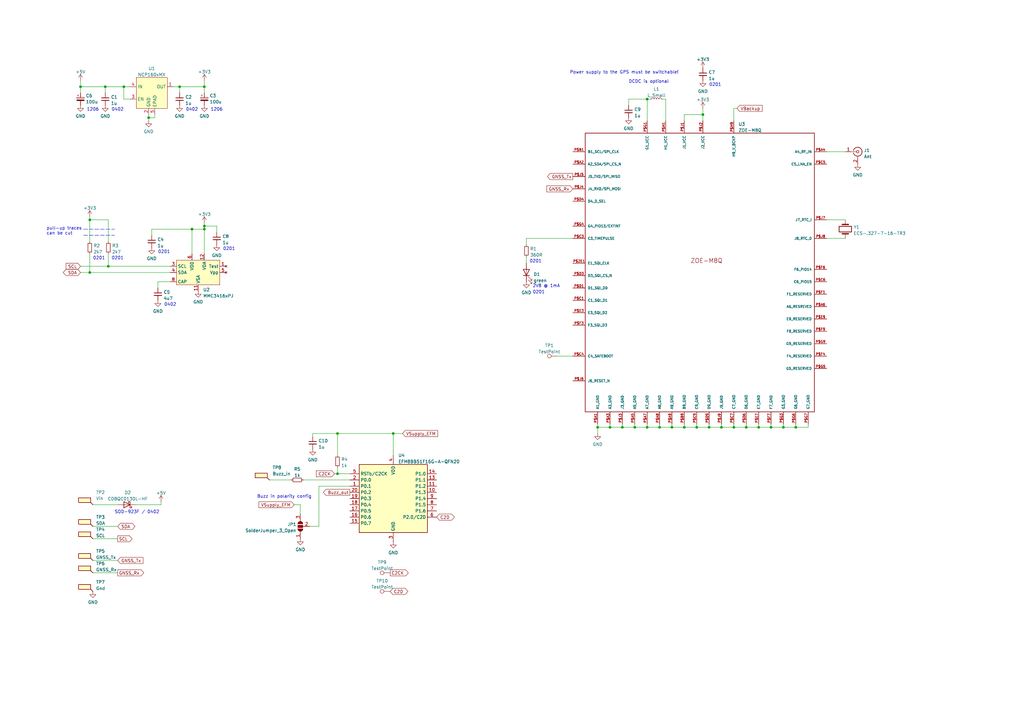
<source format=kicad_sch>
(kicad_sch (version 20211123) (generator eeschema)
  (paper "A3")
  (title_block (title "HypaLoc") (date "2022-05-24") (rev "1") (company "crteensy"))
  (lib_symbols
    (symbol "Connector:Conn_Coaxial" (pin_names (offset 1.016) hide)
      (property "Reference" "J" (at 0.254 3.048 0))
      (property "Value" "Conn_Coaxial" (at 2.921 0 90))
      (symbol "Conn_Coaxial_0_1"
        (arc (start -1.778 -0.508) (mid 0.2311 -1.8066) (end 1.778 0) (stroke (width 0.254)))
        (polyline (pts (xy -2.54 0) (xy -0.508 0)))
        (polyline (pts (xy 0 -2.54) (xy 0 -1.778)))
        (circle (center 0 0) (radius 0.508) (stroke (width 0.2032)))
        (arc (start 1.778 0) (mid 0.2099 1.8101) (end -1.778 0.508) (stroke (width 0.254)))
      )
      (symbol "Conn_Coaxial_1_1"
        (pin passive line (at -5.08 0 0) (length 2.54) (name "In") (number "1"))
        (pin passive line (at 0 -5.08 90) (length 2.54) (name "Ext") (number "2"))
      )
    )
    (symbol "Connector:TestPoint" (pin_numbers hide) (pin_names (offset 0.762) hide)
      (property "Reference" "TP" (at 0 6.858 0))
      (property "Value" "TestPoint" (at 0 5.08 0))
      (symbol "TestPoint_0_1"
        (circle (center 0 3.302) (radius 0.762))
      )
      (symbol "TestPoint_1_1"
        (pin passive line (at 0 0 90) (length 2.54) (name "1") (number "1"))
      )
    )
    (symbol "Connector:TestPoint_Flag" (pin_numbers hide) (pin_names (offset 0.762) hide)
      (property "Reference" "TP" (at 3.429 1.778 0))
      (property "Value" "TestPoint_Flag" (at 3.302 4.191 0))
      (symbol "TestPoint_Flag_0_1"
        (polyline (pts (xy 0 0) (xy 0.889 0.889)) (stroke (width 0.254)))
        (rectangle (start 0.889 2.794) (end 5.842 0.889) (stroke (width 0.254)) (fill (type background)))
      )
      (symbol "TestPoint_Flag_1_1"
        (pin passive line (at 0 0 90) (length 0) (name "1") (number "1"))
      )
    )
    (symbol "Device:C_Polarized_Small" (pin_numbers hide) (pin_names (offset 0.254) hide)
      (property "Reference" "C" (at 0.254 1.778 0))
      (property "Value" "C_Polarized_Small" (at 0.254 -2.032 0))
      (symbol "C_Polarized_Small_0_1"
        (rectangle (start -1.524 -0.3048) (end 1.524 -0.6858) (fill (type outline)))
        (rectangle (start -1.524 0.6858) (end 1.524 0.3048))
        (polyline (pts (xy -1.27 1.524) (xy -0.762 1.524)))
        (polyline (pts (xy -1.016 1.27) (xy -1.016 1.778)))
      )
      (symbol "C_Polarized_Small_1_1"
        (pin passive line (at 0 2.54 270) (length 1.8542) (name "~") (number "1"))
        (pin passive line (at 0 -2.54 90) (length 1.8542) (name "~") (number "2"))
      )
    )
    (symbol "Device:C_Small" (pin_numbers hide) (pin_names (offset 0.254) hide)
      (property "Reference" "C" (at 0.254 1.778 0))
      (property "Value" "C_Small" (at 0.254 -2.032 0))
      (symbol "C_Small_0_1"
        (polyline (pts (xy -1.524 -0.508) (xy 1.524 -0.508)) (stroke (width 0.3302)))
        (polyline (pts (xy -1.524 0.508) (xy 1.524 0.508)) (stroke (width 0.3048)))
      )
      (symbol "C_Small_1_1"
        (pin passive line (at 0 2.54 270) (length 2.032) (name "~") (number "1"))
        (pin passive line (at 0 -2.54 90) (length 2.032) (name "~") (number "2"))
      )
    )
    (symbol "Device:Crystal" (pin_numbers hide) (pin_names (offset 1.016) hide)
      (property "Reference" "Y" (at 0 3.81 0))
      (property "Value" "Crystal" (at 0 -3.81 0))
      (symbol "Crystal_0_1"
        (rectangle (start -1.143 2.54) (end 1.143 -2.54) (stroke (width 0.3048)))
        (polyline (pts (xy -2.54 0) (xy -1.905 0)))
        (polyline (pts (xy -1.905 -1.27) (xy -1.905 1.27)) (stroke (width 0.508)))
        (polyline (pts (xy 1.905 -1.27) (xy 1.905 1.27)) (stroke (width 0.508)))
        (polyline (pts (xy 2.54 0) (xy 1.905 0)))
      )
      (symbol "Crystal_1_1"
        (pin passive line (at -3.81 0 0) (length 1.27) (name "1") (number "1"))
        (pin passive line (at 3.81 0 180) (length 1.27) (name "2") (number "2"))
      )
    )
    (symbol "Device:D_Schottky" (pin_numbers hide) (pin_names (offset 1.016) hide)
      (property "Reference" "D" (at 0 2.54 0))
      (property "Value" "D_Schottky" (at 0 -2.54 0))
      (symbol "D_Schottky_0_1"
        (polyline (pts (xy 1.27 0) (xy -1.27 0)))
        (polyline (pts (xy 1.27 1.27) (xy 1.27 -1.27) (xy -1.27 0) (xy 1.27 1.27)) (stroke (width 0.254)))
        (polyline (pts (xy -1.905 0.635) (xy -1.905 1.27) (xy -1.27 1.27) (xy -1.27 -1.27) (xy -0.635 -1.27) (xy -0.635 -0.635)) (stroke (width 0.254)))
      )
      (symbol "D_Schottky_1_1"
        (pin passive line (at -3.81 0 0) (length 2.54) (name "K") (number "1"))
        (pin passive line (at 3.81 0 180) (length 2.54) (name "A") (number "2"))
      )
    )
    (symbol "Device:LED" (pin_numbers hide) (pin_names (offset 1.016) hide)
      (property "Reference" "D" (at 0 2.54 0))
      (property "Value" "LED" (at 0 -2.54 0))
      (symbol "LED_0_1"
        (polyline (pts (xy -1.27 -1.27) (xy -1.27 1.27)) (stroke (width 0.254)))
        (polyline (pts (xy -1.27 0) (xy 1.27 0)))
        (polyline (pts (xy 1.27 -1.27) (xy 1.27 1.27) (xy -1.27 0) (xy 1.27 -1.27)) (stroke (width 0.254)))
        (polyline (pts (xy -3.048 -0.762) (xy -4.572 -2.286) (xy -3.81 -2.286) (xy -4.572 -2.286) (xy -4.572 -1.524)))
        (polyline (pts (xy -1.778 -0.762) (xy -3.302 -2.286) (xy -2.54 -2.286) (xy -3.302 -2.286) (xy -3.302 -1.524)))
      )
      (symbol "LED_1_1"
        (pin passive line (at -3.81 0 0) (length 2.54) (name "K") (number "1"))
        (pin passive line (at 3.81 0 180) (length 2.54) (name "A") (number "2"))
      )
    )
    (symbol "Device:L_Small" (pin_numbers hide) (pin_names (offset 0.254) hide)
      (property "Reference" "L" (at 0.762 1.016 0))
      (property "Value" "L_Small" (at 0.762 -1.016 0))
      (symbol "L_Small_0_1"
        (arc (start 0 -2.032) (mid 0.508 -1.524) (end 0 -1.016))
        (arc (start 0 -1.016) (mid 0.508 -0.508) (end 0 0))
        (arc (start 0 0) (mid 0.508 0.508) (end 0 1.016))
        (arc (start 0 1.016) (mid 0.508 1.524) (end 0 2.032))
      )
      (symbol "L_Small_1_1"
        (pin passive line (at 0 2.54 270) (length 0.508) (name "~") (number "1"))
        (pin passive line (at 0 -2.54 90) (length 0.508) (name "~") (number "2"))
      )
    )
    (symbol "Device:R_Small" (pin_numbers hide) (pin_names (offset 0.254) hide)
      (property "Reference" "R" (at 0.762 0.508 0))
      (property "Value" "R_Small" (at 0.762 -1.016 0))
      (symbol "R_Small_0_1"
        (rectangle (start -0.762 1.778) (end 0.762 -1.778) (stroke (width 0.2032)))
      )
      (symbol "R_Small_1_1"
        (pin passive line (at 0 2.54 270) (length 0.762) (name "~") (number "1"))
        (pin passive line (at 0 -2.54 90) (length 0.762) (name "~") (number "2"))
      )
    )
    (symbol "HypaLoc:MMC3416xPJ"
      (property "Reference" "U" (at 6.35 8.89 0))
      (property "Value" "MMC3416xPJ" (at 10.16 6.35 0))
      (symbol "MMC3416xPJ_0_1"
        (rectangle (start -8.89 5.08) (end 8.89 -5.08) (stroke (width 0.1524)) (fill (type background)))
      )
      (symbol "MMC3416xPJ_1_1"
        (pin no_connect line (at 11.43 2.54 180) (length 2.54) (name "Test") (number "1"))
        (pin passive line (at 0 -7.62 90) (length 2.54) (name "VSA") (number "11"))
        (pin passive line (at 2.54 7.62 270) (length 2.54) (name "VDA") (number "12"))
        (pin passive line (at -11.43 2.54 0) (length 2.54) (name "SCL") (number "3"))
        (pin passive line (at -11.43 0 0) (length 2.54) (name "SDA") (number "4"))
        (pin no_connect line (at 11.43 0 180) (length 2.54) (name "Vpp") (number "5"))
        (pin passive line (at -2.54 7.62 270) (length 2.54) (name "VDD") (number "6"))
        (pin passive line (at -11.43 -3.81 0) (length 2.54) (name "CAP") (number "8"))
      )
    )
    (symbol "HypaLoc:NCP160xMX"
      (property "Reference" "U" (at 0 5.08 0))
      (property "Value" "NCP160xMX" (at 0 0 0))
      (symbol "NCP160xMX_0_1"
        (rectangle (start -6.35 6.35) (end 6.35 -6.35) (stroke (width 0.1524)) (fill (type background)))
      )
      (symbol "NCP160xMX_1_1"
        (pin power_out line (at 8.89 2.54 180) (length 2.54) (name "OUT") (number "1"))
        (pin power_in line (at -1.27 -8.89 90) (length 2.54) (name "GND") (number "2"))
        (pin passive line (at -8.89 -2.54 0) (length 2.54) (name "EN") (number "3"))
        (pin power_in line (at -8.89 2.54 0) (length 2.54) (name "IN") (number "4"))
        (pin power_in line (at 1.27 -8.89 90) (length 2.54) (name "EPAD") (number "5"))
      )
    )
    (symbol "HypaLoc:ZOE-M8Q" (pin_names (offset 1.016))
      (property "Reference" "U" (at -71.12 93.98 0))
      (property "Value" "ZOE-M8Q" (at -86.36 -30.48 0))
      (symbol "ZOE-M8Q_0_0"
        (polyline (pts (xy -71.12 -25.4) (xy 22.86 -25.4)) (stroke (width 0.254)))
        (polyline (pts (xy -71.12 88.9) (xy -71.12 -25.4)) (stroke (width 0.254)))
        (polyline (pts (xy 22.86 88.9) (xy -71.12 88.9)) (stroke (width 0.254)))
        (polyline (pts (xy 22.86 88.9) (xy 22.86 -25.4)) (stroke (width 0.254)))
        (text "ZOE-M8Q" (at -27.94 35.56 0) (effects (font (size 1.778 1.778)) (justify left bottom)))
        (pin bidirectional line (at -76.2 35.56 0) (length 5.08) (name "E1_SQI_CLK") (number "P$2E1"))
        (pin power_in line (at -66.04 -30.48 90) (length 5.08) (name "A1_GND") (number "P$A1"))
        (pin bidirectional line (at -76.2 76.2 0) (length 5.08) (name "A2_SDA/SPI_CS_N") (number "P$A2"))
        (pin power_in line (at -60.96 -30.48 90) (length 5.08) (name "A3_GND") (number "P$A3"))
        (pin input line (at 27.94 81.28 180) (length 5.08) (name "A4_RF_IN") (number "P$A4"))
        (pin power_in line (at -50.8 -30.48 90) (length 5.08) (name "A5_GND") (number "P$A5"))
        (pin bidirectional line (at 27.94 17.78 180) (length 5.08) (name "A6_RESREVED") (number "P$A6"))
        (pin power_in line (at -45.72 -30.48 90) (length 5.08) (name "A7_GND") (number "P$A7"))
        (pin power_in line (at -40.64 -30.48 90) (length 5.08) (name "A8_GND") (number "P$A8"))
        (pin power_in line (at -35.56 -30.48 90) (length 5.08) (name "A9_GND") (number "P$A9"))
        (pin bidirectional line (at -76.2 81.28 0) (length 5.08) (name "B1_SCL/SPI_CLK") (number "P$B1"))
        (pin power_in line (at -30.48 -30.48 90) (length 5.08) (name "B9_GND") (number "P$B9"))
        (pin bidirectional line (at -76.2 20.32 0) (length 5.08) (name "C1_SQI_D1") (number "P$C1"))
        (pin bidirectional line (at -76.2 45.72 0) (length 5.08) (name "C3_TIMEPULSE") (number "P$C3"))
        (pin bidirectional line (at -76.2 -2.54 0) (length 5.08) (name "C4_SAFEBOOT") (number "P$C4"))
        (pin bidirectional line (at 27.94 76.2 180) (length 5.08) (name "C5_LNA_EN") (number "P$C5"))
        (pin bidirectional line (at 27.94 27.94 180) (length 5.08) (name "C6_PIO15") (number "P$C6"))
        (pin power_in line (at -10.16 -30.48 90) (length 5.08) (name "C7_GND") (number "P$C7"))
        (pin power_in line (at -25.4 -30.48 90) (length 5.08) (name "C9_GND") (number "P$C9"))
        (pin bidirectional line (at -76.2 25.4 0) (length 5.08) (name "D1_SQI_D0") (number "P$D1"))
        (pin bidirectional line (at -76.2 30.48 0) (length 5.08) (name "D3_SQI_CS_N") (number "P$D3"))
        (pin bidirectional line (at -76.2 60.96 0) (length 5.08) (name "D4_D_SEL") (number "P$D4"))
        (pin power_in line (at -5.08 -30.48 90) (length 5.08) (name "D6_GND") (number "P$D6"))
        (pin power_in line (at -20.32 -30.48 90) (length 5.08) (name "D9_GND") (number "P$D9"))
        (pin bidirectional line (at -76.2 15.24 0) (length 5.08) (name "E3_SQI_D2") (number "P$E3"))
        (pin power_in line (at 0 -30.48 90) (length 5.08) (name "E7_GND") (number "P$E7"))
        (pin bidirectional line (at 27.94 12.7 180) (length 5.08) (name "E9_RESERVED") (number "P$E9"))
        (pin bidirectional line (at 27.94 22.86 180) (length 5.08) (name "F1_RESERVED") (number "P$F1"))
        (pin bidirectional line (at -76.2 10.16 0) (length 5.08) (name "F3_SQI_D3") (number "P$F3"))
        (pin bidirectional line (at 27.94 -2.54 180) (length 5.08) (name "F4_RESERVED") (number "P$F4"))
        (pin bidirectional line (at 27.94 33.02 180) (length 5.08) (name "F6_PIO14") (number "P$F6"))
        (pin power_in line (at 5.08 -30.48 90) (length 5.08) (name "F7_GND") (number "P$F7"))
        (pin bidirectional line (at 27.94 7.62 180) (length 5.08) (name "F9_RESERVED") (number "P$F9"))
        (pin power_in line (at -45.72 93.98 270) (length 5.08) (name "G1_VCC") (number "P$G1"))
        (pin power_in line (at 10.16 -30.48 90) (length 5.08) (name "G3_GND") (number "P$G3"))
        (pin bidirectional line (at -76.2 50.8 0) (length 5.08) (name "G4_PIO13/EXTINT") (number "P$G4"))
        (pin bidirectional line (at 27.94 -7.62 180) (length 5.08) (name "G5_RESERVED") (number "P$G5"))
        (pin power_in line (at 15.24 -30.48 90) (length 5.08) (name "G6_GND") (number "P$G6"))
        (pin power_in line (at 20.32 -30.48 90) (length 5.08) (name "G7_GND") (number "P$G7"))
        (pin bidirectional line (at 27.94 2.54 180) (length 5.08) (name "G9_RESERVED") (number "P$G9"))
        (pin power_in line (at -38.1 93.98 270) (length 5.08) (name "H1_VCC") (number "P$H1"))
        (pin power_in line (at -10.16 93.98 270) (length 5.08) (name "H9_V_BCKP") (number "P$H9"))
        (pin power_in line (at -30.48 93.98 270) (length 5.08) (name "J1_VCC") (number "P$J1"))
        (pin power_in line (at -22.86 93.98 270) (length 5.08) (name "J2_VCC") (number "P$J2"))
        (pin power_in line (at -55.88 -30.48 90) (length 5.08) (name "J3_GND") (number "P$J3"))
        (pin bidirectional line (at -76.2 66.04 0) (length 5.08) (name "J4_RXD/SPI_MOSI") (number "P$J4"))
        (pin bidirectional line (at -76.2 71.12 0) (length 5.08) (name "J5_TXD/SPI_MISO") (number "P$J5"))
        (pin bidirectional line (at -76.2 -12.7 0) (length 5.08) (name "J6_RESET_N") (number "P$J6"))
        (pin bidirectional line (at 27.94 53.34 180) (length 5.08) (name "J7_RTC_I") (number "P$J7"))
        (pin bidirectional line (at 27.94 45.72 180) (length 5.08) (name "J8_RTC_0") (number "P$J8"))
        (pin power_in line (at -15.24 -30.48 90) (length 5.08) (name "J9_GND") (number "P$J9"))
      )
    )
    (symbol "Jumper:SolderJumper_3_Open" (pin_names (offset 0) hide)
      (property "Reference" "JP" (at -2.54 -2.54 0))
      (property "Value" "SolderJumper_3_Open" (at 0 2.794 0))
      (symbol "SolderJumper_3_Open_0_1"
        (arc (start -1.016 1.016) (mid -2.032 0) (end -1.016 -1.016))
        (arc (start -1.016 1.016) (mid -2.032 0) (end -1.016 -1.016) (fill (type outline)))
        (rectangle (start -0.508 1.016) (end 0.508 -1.016) (fill (type outline)))
        (polyline (pts (xy -2.54 0) (xy -2.032 0)))
        (polyline (pts (xy -1.016 1.016) (xy -1.016 -1.016)))
        (polyline (pts (xy 0 -1.27) (xy 0 -1.016)))
        (polyline (pts (xy 1.016 1.016) (xy 1.016 -1.016)))
        (polyline (pts (xy 2.54 0) (xy 2.032 0)))
        (arc (start 1.016 -1.016) (mid 2.032 0) (end 1.016 1.016))
        (arc (start 1.016 -1.016) (mid 2.032 0) (end 1.016 1.016) (fill (type outline)))
      )
      (symbol "SolderJumper_3_Open_1_1"
        (pin passive line (at -5.08 0 0) (length 2.54) (name "A") (number "1"))
        (pin passive line (at 0 -3.81 90) (length 2.54) (name "C") (number "2"))
        (pin passive line (at 5.08 0 180) (length 2.54) (name "B") (number "3"))
      )
    )
    (symbol "MCU_SiliconLabs:EFM8BB10F8G-A-QFN20"
      (property "Reference" "U" (at -13.97 15.24 0))
      (property "Value" "EFM8BB10F8G-A-QFN20" (at 1.27 15.24 0))
      (symbol "EFM8BB10F8G-A-QFN20_0_1"
        (rectangle (start -13.97 13.97) (end 13.97 -13.97) (stroke (width 0.254)) (fill (type background)))
        (pin bidirectional line (at -17.78 5.08 0) (length 3.81) (name "P0.1") (number "1"))
        (pin bidirectional line (at 17.78 2.54 180) (length 3.81) (name "P1.3") (number "10"))
        (pin bidirectional line (at 17.78 5.08 180) (length 3.81) (name "P1.2") (number "11"))
        (pin passive line (at 0 -17.78 90) (length 3.81) hide (name "GND") (number "12"))
        (pin bidirectional line (at 17.78 7.62 180) (length 3.81) (name "P1.1") (number "13"))
        (pin bidirectional line (at 17.78 10.16 180) (length 3.81) (name "P1.0") (number "14"))
        (pin bidirectional line (at -17.78 -10.16 0) (length 3.81) (name "P0.7") (number "15"))
        (pin bidirectional line (at -17.78 -7.62 0) (length 3.81) (name "P0.6") (number "16"))
        (pin bidirectional line (at -17.78 -5.08 0) (length 3.81) (name "P0.5") (number "17"))
        (pin bidirectional line (at -17.78 -2.54 0) (length 3.81) (name "P0.4") (number "18"))
        (pin bidirectional line (at -17.78 0 0) (length 3.81) (name "P0.3") (number "19"))
        (pin bidirectional line (at -17.78 7.62 0) (length 3.81) (name "P0.0") (number "2"))
        (pin bidirectional line (at -17.78 2.54 0) (length 3.81) (name "P0.2") (number "20"))
        (pin passive line (at 0 -17.78 90) (length 3.81) hide (name "GND") (number "21"))
        (pin power_in line (at 0 -17.78 90) (length 3.81) (name "GND") (number "3"))
        (pin power_in line (at 0 17.78 270) (length 3.81) (name "VDD") (number "4"))
        (pin input line (at -17.78 10.16 0) (length 3.81) (name "RSTb/C2CK") (number "5"))
        (pin bidirectional line (at 17.78 -7.62 180) (length 3.81) (name "P2.0/C2D") (number "6"))
        (pin bidirectional line (at 17.78 -5.08 180) (length 3.81) (name "P1.6") (number "7"))
        (pin bidirectional line (at 17.78 -2.54 180) (length 3.81) (name "P1.5") (number "8"))
        (pin bidirectional line (at 17.78 0 180) (length 3.81) (name "P1.4") (number "9"))
      )
    )
    (symbol "power:+3V3" (power) (pin_names (offset 0))
      (property "Value" "+3V3" (at 0 3.556 0))
      (symbol "+3V3_0_1"
        (polyline (pts (xy -0.762 1.27) (xy 0 2.54)))
        (polyline (pts (xy 0 0) (xy 0 2.54)))
        (polyline (pts (xy 0 2.54) (xy 0.762 1.27)))
      )
      (symbol "+3V3_1_1"
        (pin power_in line (at 0 0 90) (length 0) hide (name "+3V3") (number "1"))
      )
    )
    (symbol "power:+5V" (power) (pin_names (offset 0))
      (property "Value" "+5V" (at 0 3.556 0))
      (symbol "+5V_0_1"
        (polyline (pts (xy -0.762 1.27) (xy 0 2.54)))
        (polyline (pts (xy 0 0) (xy 0 2.54)))
        (polyline (pts (xy 0 2.54) (xy 0.762 1.27)))
      )
      (symbol "+5V_1_1"
        (pin power_in line (at 0 0 90) (length 0) hide (name "+5V") (number "1"))
      )
    )
    (symbol "power:GND" (power) (pin_names (offset 0))
      (property "Value" "GND" (at 0 -3.81 0))
      (symbol "GND_0_1"
        (polyline (pts (xy 0 0) (xy 0 -1.27) (xy 1.27 -1.27) (xy 0 -2.54) (xy -1.27 -1.27) (xy 0 -1.27)))
      )
      (symbol "GND_1_1"
        (pin power_in line (at 0 0 270) (length 0) hide (name "GND") (number "1"))
      )
    )
  )
  (junction (at 250.19 175.26))
  (junction (at 83.82 92.71))
  (junction (at 245.11 175.26))
  (junction (at 316.23 175.26))
  (junction (at 265.43 175.26))
  (junction (at 275.59 175.26))
  (junction (at 36.83 111.76))
  (junction (at 270.51 175.26))
  (junction (at 161.29 177.8))
  (junction (at 285.75 175.26))
  (junction (at 73.66 35.56))
  (junction (at 265.43 40.64))
  (junction (at 83.82 93.98))
  (junction (at 260.35 175.26))
  (junction (at 78.74 93.98))
  (junction (at 290.83 175.26))
  (junction (at 138.43 177.8))
  (junction (at 280.67 175.26))
  (junction (at 295.91 175.26))
  (junction (at 255.27 175.26))
  (junction (at 288.29 46.99))
  (junction (at 83.82 35.56))
  (junction (at 300.99 175.26))
  (junction (at 50.8 35.56))
  (junction (at 138.43 194.31))
  (junction (at 306.07 175.26))
  (junction (at 311.15 175.26))
  (junction (at 60.96 48.26))
  (junction (at 326.39 175.26))
  (junction (at 321.31 175.26))
  (junction (at 36.83 90.17))
  (junction (at 43.18 35.56))
  (junction (at 33.02 35.56))
  (junction (at 44.45 109.22))
  (wire (pts (xy 275.59 175.26) (xy 270.51 175.26)))
  (wire (pts (xy 270.51 175.26) (xy 265.43 175.26)))
  (wire (pts (xy 280.67 173.99) (xy 280.67 175.26)))
  (wire (pts (xy 38.1 220.98) (xy 48.26 220.98)))
  (wire (pts (xy 257.81 40.64) (xy 265.43 40.64)))
  (wire (pts (xy 331.47 173.99) (xy 331.47 175.26)))
  (wire (pts (xy 130.81 199.39) (xy 143.51 199.39)))
  (wire (pts (xy 215.9 97.79) (xy 234.95 97.79)))
  (wire (pts (xy 260.35 173.99) (xy 260.35 175.26)))
  (wire (pts (xy 128.27 177.8) (xy 138.43 177.8)))
  (wire (pts (xy 64.77 115.57) (xy 64.77 118.11)))
  (wire (pts (xy 326.39 175.26) (xy 321.31 175.26)))
  (wire (pts (xy 273.05 40.64) (xy 273.05 49.53)))
  (wire (pts (xy 83.82 92.71) (xy 83.82 93.98)))
  (wire (pts (xy 300.99 175.26) (xy 295.91 175.26)))
  (wire (pts (xy 44.45 99.06) (xy 44.45 90.17)))
  (wire (pts (xy 137.16 194.31) (xy 138.43 194.31)))
  (wire (pts (xy 127 215.9) (xy 130.81 215.9)))
  (wire (pts (xy 165.1 177.8) (xy 161.29 177.8)))
  (wire (pts (xy 250.19 175.26) (xy 250.19 173.99)))
  (wire (pts (xy 321.31 175.26) (xy 316.23 175.26)))
  (wire (pts (xy 120.65 207.01) (xy 123.19 207.01)))
  (wire (pts (xy 339.09 62.23) (xy 346.71 62.23)))
  (wire (pts (xy 255.27 173.99) (xy 255.27 175.26)))
  (wire (pts (xy 123.19 207.01) (xy 123.19 210.82)))
  (wire (pts (xy 44.45 109.22) (xy 69.85 109.22)))
  (wire (pts (xy 83.82 38.1) (xy 83.82 35.56)))
  (wire (pts (xy 50.8 35.56) (xy 50.8 40.64)))
  (wire (pts (xy 38.1 229.87) (xy 48.26 229.87)))
  (wire (pts (xy 311.15 175.26) (xy 316.23 175.26)))
  (wire (pts (xy 71.12 35.56) (xy 73.66 35.56)))
  (wire (pts (xy 280.67 175.26) (xy 275.59 175.26)))
  (wire (pts (xy 300.99 44.45) (xy 300.99 49.53)))
  (wire (pts (xy 270.51 173.99) (xy 270.51 175.26)))
  (wire (pts (xy 215.9 97.79) (xy 215.9 100.33)))
  (wire (pts (xy 295.91 173.99) (xy 295.91 175.26)))
  (wire (pts (xy 306.07 175.26) (xy 300.99 175.26)))
  (wire (pts (xy 260.35 175.26) (xy 255.27 175.26)))
  (wire (pts (xy 36.83 90.17) (xy 36.83 99.06)))
  (wire (pts (xy 161.29 177.8) (xy 161.29 186.69)))
  (wire (pts (xy 33.02 109.22) (xy 44.45 109.22)))
  (wire (pts (xy 43.18 38.1) (xy 43.18 35.56)))
  (wire (pts (xy 306.07 173.99) (xy 306.07 175.26)))
  (wire (pts (xy 53.34 35.56) (xy 50.8 35.56)))
  (wire (pts (xy 60.96 49.53) (xy 60.96 48.26)))
  (wire (pts (xy 326.39 173.99) (xy 326.39 175.26)))
  (wire (pts (xy 66.04 205.74) (xy 66.04 207.01)))
  (wire (pts (xy 143.51 194.31) (xy 138.43 194.31)))
  (wire (pts (xy 110.49 196.85) (xy 119.38 196.85)))
  (wire (pts (xy 33.02 35.56) (xy 33.02 38.1)))
  (wire (pts (xy 62.23 93.98) (xy 62.23 96.52)))
  (wire (pts (xy 43.18 35.56) (xy 50.8 35.56)))
  (wire (pts (xy 228.6 146.05) (xy 234.95 146.05)))
  (wire (pts (xy 128.27 179.07) (xy 128.27 177.8)))
  (wire (pts (xy 295.91 175.26) (xy 290.83 175.26)))
  (wire (pts (xy 36.83 88.9) (xy 36.83 90.17)))
  (wire (pts (xy 265.43 173.99) (xy 265.43 175.26)))
  (wire (pts (xy 257.81 43.18) (xy 257.81 40.64)))
  (wire (pts (xy 288.29 44.45) (xy 288.29 46.99)))
  (wire (pts (xy 255.27 175.26) (xy 250.19 175.26)))
  (wire (pts (xy 124.46 196.85) (xy 143.51 196.85)))
  (wire (pts (xy 83.82 33.02) (xy 83.82 35.56)))
  (wire (pts (xy 88.9 95.25) (xy 88.9 92.71)))
  (wire (pts (xy 55.88 207.01) (xy 66.04 207.01)))
  (wire (pts (xy 339.09 97.79) (xy 346.71 97.79)))
  (wire (pts (xy 245.11 173.99) (xy 245.11 175.26)))
  (wire (pts (xy 33.02 111.76) (xy 36.83 111.76)))
  (wire (pts (xy 36.83 90.17) (xy 44.45 90.17)))
  (wire (pts (xy 245.11 175.26) (xy 250.19 175.26)))
  (polyline (pts (xy 34.29 96.52) (xy 46.99 96.52)))
  (wire (pts (xy 36.83 104.14) (xy 36.83 111.76)))
  (wire (pts (xy 311.15 173.99) (xy 311.15 175.26)))
  (wire (pts (xy 60.96 48.26) (xy 60.96 46.99)))
  (wire (pts (xy 138.43 194.31) (xy 138.43 191.77)))
  (wire (pts (xy 44.45 104.14) (xy 44.45 109.22)))
  (wire (pts (xy 288.29 49.53) (xy 288.29 46.99)))
  (wire (pts (xy 36.83 111.76) (xy 69.85 111.76)))
  (wire (pts (xy 130.81 215.9) (xy 130.81 199.39)))
  (wire (pts (xy 321.31 173.99) (xy 321.31 175.26)))
  (wire (pts (xy 285.75 173.99) (xy 285.75 175.26)))
  (wire (pts (xy 83.82 91.44) (xy 83.82 92.71)))
  (wire (pts (xy 290.83 175.26) (xy 285.75 175.26)))
  (wire (pts (xy 73.66 35.56) (xy 73.66 38.1)))
  (wire (pts (xy 288.29 46.99) (xy 280.67 46.99)))
  (wire (pts (xy 275.59 173.99) (xy 275.59 175.26)))
  (wire (pts (xy 245.11 175.26) (xy 245.11 177.8)))
  (wire (pts (xy 271.78 40.64) (xy 273.05 40.64)))
  (wire (pts (xy 73.66 35.56) (xy 83.82 35.56)))
  (wire (pts (xy 300.99 173.99) (xy 300.99 175.26)))
  (wire (pts (xy 138.43 177.8) (xy 161.29 177.8)))
  (wire (pts (xy 265.43 40.64) (xy 265.43 49.53)))
  (polyline (pts (xy 34.29 93.98) (xy 46.99 93.98)))
  (wire (pts (xy 62.23 93.98) (xy 78.74 93.98)))
  (wire (pts (xy 78.74 93.98) (xy 78.74 104.14)))
  (wire (pts (xy 290.83 173.99) (xy 290.83 175.26)))
  (wire (pts (xy 331.47 175.26) (xy 326.39 175.26)))
  (wire (pts (xy 38.1 215.9) (xy 48.26 215.9)))
  (wire (pts (xy 265.43 175.26) (xy 260.35 175.26)))
  (wire (pts (xy 63.5 48.26) (xy 60.96 48.26)))
  (wire (pts (xy 38.1 207.01) (xy 48.26 207.01)))
  (wire (pts (xy 83.82 93.98) (xy 83.82 104.14)))
  (wire (pts (xy 265.43 40.64) (xy 266.7 40.64)))
  (wire (pts (xy 69.85 115.57) (xy 64.77 115.57)))
  (wire (pts (xy 339.09 90.17) (xy 346.71 90.17)))
  (wire (pts (xy 316.23 173.99) (xy 316.23 175.26)))
  (wire (pts (xy 50.8 40.64) (xy 53.34 40.64)))
  (wire (pts (xy 215.9 105.41) (xy 215.9 107.95)))
  (wire (pts (xy 302.26 44.45) (xy 300.99 44.45)))
  (wire (pts (xy 280.67 49.53) (xy 280.67 46.99)))
  (wire (pts (xy 311.15 175.26) (xy 306.07 175.26)))
  (wire (pts (xy 33.02 33.02) (xy 33.02 35.56)))
  (wire (pts (xy 88.9 92.71) (xy 83.82 92.71)))
  (wire (pts (xy 38.1 234.95) (xy 48.26 234.95)))
  (wire (pts (xy 138.43 186.69) (xy 138.43 177.8)))
  (wire (pts (xy 33.02 35.56) (xy 43.18 35.56)))
  (wire (pts (xy 285.75 175.26) (xy 280.67 175.26)))
  (wire (pts (xy 78.74 93.98) (xy 83.82 93.98)))
  (wire (pts (xy 63.5 46.99) (xy 63.5 48.26)))
  (text "Power supply to the GPS must be switchable!" (at 233.68 30.48 0) (effects (font (size 1.27 1.27)) (justify left bottom)))
  (text "Buzz in polarity config" (at 105.41 204.47 0) (effects (font (size 1.27 1.27)) (justify left bottom)))
  (text "1206" (at 35.56 45.72 0) (effects (font (size 1.27 1.27)) (justify left bottom)))
  (text "0201" (at 45.72 106.68 0) (effects (font (size 1.27 1.27)) (justify left bottom)))
  (text "0402" (at 76.2 45.72 0) (effects (font (size 1.27 1.27)) (justify left bottom)))
  (text "DCDC is optional" (at 257.81 34.29 0) (effects (font (size 1.27 1.27)) (justify left bottom)))
  (text "SOD-923F / 0402" (at 46.99 210.82 0) (effects (font (size 1.27 1.27)) (justify left bottom)))
  (text "pull-up traces\ncan be cut" (at 19.05 96.52 0) (effects (font (size 1.27 1.27)) (justify left bottom)))
  (text "0402" (at 67.31 125.73 0) (effects (font (size 1.27 1.27)) (justify left bottom)))
  (text "0201" (at 38.1 106.68 0) (effects (font (size 1.27 1.27)) (justify left bottom)))
  (text "0402" (at 45.72 45.72 0) (effects (font (size 1.27 1.27)) (justify left bottom)))
  (text "1206" (at 86.36 45.72 0) (effects (font (size 1.27 1.27)) (justify left bottom)))
  (text "0201" (at 218.44 120.65 0) (effects (font (size 1.27 1.27)) (justify left bottom)))
  (text "0201" (at 91.44 102.87 0) (effects (font (size 1.27 1.27)) (justify left bottom)))
  (text "0201" (at 64.77 104.14 0) (effects (font (size 1.27 1.27)) (justify left bottom)))
  (text "2V8 @ 1mA" (at 218.44 118.11 0) (effects (font (size 1.27 1.27)) (justify left bottom)))
  (text "0201" (at 217.17 107.95 0) (effects (font (size 1.27 1.27)) (justify left bottom)))
  (text "0201" (at 290.83 35.56 0) (effects (font (size 1.27 1.27)) (justify left bottom)))
  (global_label "GNSS_Tx" (shape output) (at 234.95 72.39 180) (property "Intersheet References" "${INTERSHEET_REFS}" (effects hide)))
  (global_label "GNSS_Rx" (shape output) (at 48.26 234.95 0) (property "Intersheet References" "${INTERSHEET_REFS}" (effects hide)))
  (global_label "C2D" (shape bidirectional) (at 160.02 242.57 0) (property "Intersheet References" "${INTERSHEET_REFS}" (effects hide)))
  (global_label "C2CK" (shape output) (at 160.02 234.95 0) (property "Intersheet References" "${INTERSHEET_REFS}" (effects hide)))
  (global_label "SDA" (shape bidirectional) (at 48.26 215.9 0) (property "Intersheet References" "${INTERSHEET_REFS}" (effects hide)))
  (global_label "SDA" (shape bidirectional) (at 33.02 111.76 180) (property "Intersheet References" "${INTERSHEET_REFS}" (effects hide)))
  (global_label "GNSS_Tx" (shape input) (at 48.26 229.87 0) (property "Intersheet References" "${INTERSHEET_REFS}" (effects hide)))
  (global_label "VSupply_EFM" (shape input) (at 165.1 177.8 0) (property "Intersheet References" "${INTERSHEET_REFS}" (effects hide)))
  (global_label "SCL" (shape input) (at 33.02 109.22 180) (property "Intersheet References" "${INTERSHEET_REFS}" (effects hide)))
  (global_label "C2D" (shape bidirectional) (at 179.07 212.09 0) (property "Intersheet References" "${INTERSHEET_REFS}" (effects hide)))
  (global_label "VSupply_EFM" (shape input) (at 120.65 207.01 180) (property "Intersheet References" "${INTERSHEET_REFS}" (effects hide)))
  (global_label "Buzz_out" (shape output) (at 143.51 201.93 180) (property "Intersheet References" "${INTERSHEET_REFS}" (effects hide)))
  (global_label "SCL" (shape output) (at 48.26 220.98 0) (property "Intersheet References" "${INTERSHEET_REFS}" (effects hide)))
  (global_label "VBackup" (shape input) (at 302.26 44.45 0) (property "Intersheet References" "${INTERSHEET_REFS}" (effects hide)))
  (global_label "GNSS_Rx" (shape input) (at 234.95 77.47 180) (property "Intersheet References" "${INTERSHEET_REFS}" (effects hide)))
  (global_label "C2CK" (shape input) (at 137.16 194.31 180) (property "Intersheet References" "${INTERSHEET_REFS}" (effects hide)))
  (symbol (lib_id "MCU_SiliconLabs:EFM8BB10F8G-A-QFN20") (at 161.29 204.47 0) (unit 1)
    (property "Reference" "U4" (at 163.3094 186.8002 0) (effects (justify left)))
    (property "Value" "EFM8BB51F16G-A-QFN20" (at 163.3094 189.3371 0) (effects (justify left)))
    (property "Footprint" "Package_DFN_QFN:SiliconLabs_QFN-20-1EP_3x3mm_P0.5mm_EP1.8x1.8mm" (effects hide))
  )
  (symbol (lib_id "Connector:Conn_Coaxial") (at 351.79 62.23 0) (unit 1)
    (property "Reference" "J1" (at 354.33 61.6885 0) (effects (justify left)))
    (property "Value" "Ant" (at 354.33 64.2254 0) (effects (justify left)))
    (property "Footprint" "Connector_Coaxial:U.FL_Molex_MCRF_73412-0110_Vertical" (effects hide))
    (property "Datasheet" " ~" (effects hide))
  )
  (symbol (lib_id "Device:R_Small") (at 138.43 189.23 0) (unit 1)
    (property "Reference" "R4" (at 139.9286 188.3953 0) (effects (justify left)))
    (property "Value" "1k" (at 139.9286 190.9322 0) (effects (justify left)))
    (property "Footprint" "Yolo-GPS:R_0201_0603Metric_mod" (effects hide))
  )
  (symbol (lib_id "Device:C_Small") (at 128.27 181.61 0) (unit 1)
    (property "Reference" "C10" (at 130.5941 180.7816 0) (effects (justify left)))
    (property "Value" "1u" (at 130.5941 183.3185 0) (effects (justify left)))
    (property "Footprint" "Yolo-GPS:C_0201_0603Metric_mod" (effects hide))
  )
  (symbol (lib_id "power:GND") (at 288.29 33.02 0) (unit 1)
    (property "Reference" "#PWR02" (effects hide))
    (property "Value" "GND" (at 288.29 37.4634 0))
  )
  (symbol (lib_id "Device:C_Small") (at 62.23 99.06 0) (unit 1)
    (property "Reference" "C4" (at 64.5541 98.2316 0) (effects (justify left)))
    (property "Value" "1u" (at 64.5541 100.7685 0) (effects (justify left)))
    (property "Footprint" "Yolo-GPS:C_0201_0603Metric_mod" (effects hide))
  )
  (symbol (lib_id "power:+3V3") (at 36.83 88.9 0) (unit 1)
    (property "Reference" "#PWR0113" (effects hide))
    (property "Value" "+3V3" (at 36.83 85.3242 0))
  )
  (symbol (lib_id "Connector:TestPoint") (at 160.02 242.57 90) (unit 1)
    (property "Reference" "TP10" (at 156.718 238.2352 90))
    (property "Value" "TestPoint" (at 156.718 240.7721 90))
    (property "Footprint" "TestPoint:TestPoint_Pad_D1.0mm" (effects hide))
  )
  (symbol (lib_id "Device:C_Small") (at 88.9 97.79 0) (unit 1)
    (property "Reference" "C8" (at 91.2241 96.9616 0) (effects (justify left)))
    (property "Value" "1u" (at 91.2241 99.4985 0) (effects (justify left)))
    (property "Footprint" "Yolo-GPS:C_0201_0603Metric_mod" (effects hide))
  )
  (symbol (lib_id "Device:R_Small") (at 44.45 101.6 0) (unit 1)
    (property "Reference" "R3" (at 45.9486 100.7653 0) (effects (justify left)))
    (property "Value" "2k7" (at 45.9486 103.3022 0) (effects (justify left)))
    (property "Footprint" "Yolo-GPS:R_0201_0603Metric_mod" (effects hide))
  )
  (symbol (lib_id "Connector:TestPoint_Flag") (at 38.1 234.95 0) (mirror y) (unit 1)
    (property "Reference" "TP6" (at 39.37 231.14 0) (effects (justify right)))
    (property "Value" "GNSS_Rx" (at 39.37 233.68 0) (effects (justify right)))
    (property "Footprint" "Yolo-GPS:pad_1x1.5" (effects hide))
  )
  (symbol (lib_id "Device:C_Polarized_Small") (at 83.82 40.64 0) (unit 1)
    (property "Reference" "C3" (at 85.979 39.2592 0) (effects (justify left)))
    (property "Value" "100u" (at 85.979 41.7961 0) (effects (justify left)))
    (property "Footprint" "Capacitor_Tantalum_SMD:CP_EIA-3216-18_Kemet-A" (effects hide))
  )
  (symbol (lib_id "power:GND") (at 43.18 43.18 0) (unit 1)
    (property "Reference" "#PWR0102" (effects hide))
    (property "Value" "GND" (at 43.18 47.6234 0))
  )
  (symbol (lib_id "Connector:TestPoint_Flag") (at 38.1 229.87 0) (mirror y) (unit 1)
    (property "Reference" "TP5" (at 39.37 226.06 0) (effects (justify right)))
    (property "Value" "GNSS_Tx" (at 39.37 228.6 0) (effects (justify right)))
    (property "Footprint" "Yolo-GPS:pad_1x1.5" (effects hide))
  )
  (symbol (lib_id "Connector:TestPoint") (at 228.6 146.05 90) (unit 1)
    (property "Reference" "TP1" (at 225.298 141.7152 90))
    (property "Value" "TestPoint" (at 225.298 144.2521 90))
    (property "Footprint" "TestPoint:TestPoint_Pad_D1.0mm" (effects hide))
  )
  (symbol (lib_id "power:GND") (at 257.81 48.26 0) (unit 1)
    (property "Reference" "#PWR0120" (effects hide))
    (property "Value" "GND" (at 257.81 52.7034 0))
  )
  (symbol (lib_id "Device:C_Polarized_Small") (at 33.02 40.64 0) (unit 1)
    (property "Reference" "C6" (at 35.179 39.2592 0) (effects (justify left)))
    (property "Value" "100u" (at 35.179 41.7961 0) (effects (justify left)))
    (property "Footprint" "Capacitor_Tantalum_SMD:CP_EIA-3216-18_Kemet-A" (effects hide))
  )
  (symbol (lib_id "power:+3V3") (at 83.82 33.02 0) (unit 1)
    (property "Reference" "#PWR0104" (effects hide))
    (property "Value" "+3V3" (at 83.82 29.4442 0))
  )
  (symbol (lib_id "Device:C_Small") (at 288.29 30.48 0) (unit 1)
    (property "Reference" "C7" (at 290.6141 29.6516 0) (effects (justify left)))
    (property "Value" "1u" (at 290.6141 32.1885 0) (effects (justify left)))
    (property "Footprint" "Yolo-GPS:C_0201_0603Metric_mod" (effects hide))
  )
  (symbol (lib_id "Device:R_Small") (at 36.83 101.6 0) (unit 1)
    (property "Reference" "R2" (at 38.3286 100.7653 0) (effects (justify left)))
    (property "Value" "2k7" (at 38.3286 103.3022 0) (effects (justify left)))
    (property "Footprint" "Yolo-GPS:R_0201_0603Metric_mod" (effects hide))
  )
  (symbol (lib_id "power:GND") (at 60.96 49.53 0) (unit 1)
    (property "Reference" "#PWR0109" (effects hide))
    (property "Value" "GND" (at 60.96 53.9734 0))
  )
  (symbol (lib_id "power:GND") (at 62.23 101.6 0) (unit 1)
    (property "Reference" "#PWR0112" (effects hide))
    (property "Value" "GND" (at 62.23 106.0434 0))
  )
  (symbol (lib_id "power:+5V") (at 33.02 33.02 0) (unit 1)
    (property "Reference" "#PWR0103" (effects hide))
    (property "Value" "+5V" (at 33.02 29.4442 0))
  )
  (symbol (lib_id "Connector:TestPoint_Flag") (at 38.1 242.57 0) (mirror y) (unit 1)
    (property "Reference" "TP7" (at 39.37 238.76 0) (effects (justify right)))
    (property "Value" "Gnd" (at 39.37 241.3 0) (effects (justify right)))
    (property "Footprint" "Yolo-GPS:pad_1x1.5" (effects hide))
  )
  (symbol (lib_id "power:GND") (at 123.19 220.98 0) (unit 1)
    (property "Reference" "#PWR0123" (effects hide))
    (property "Value" "GND" (at 123.19 225.4234 0))
  )
  (symbol (lib_id "Device:C_Small") (at 73.66 40.64 0) (unit 1)
    (property "Reference" "C2" (at 75.9841 39.8116 0) (effects (justify left)))
    (property "Value" "1u" (at 75.9841 42.3485 0) (effects (justify left)))
    (property "Footprint" "Capacitor_SMD:C_0402_1005Metric" (effects hide))
  )
  (symbol (lib_id "Connector:TestPoint_Flag") (at 38.1 215.9 0) (mirror y) (unit 1)
    (property "Reference" "TP3" (at 39.37 212.09 0) (effects (justify right)))
    (property "Value" "SDA" (at 39.37 214.63 0) (effects (justify right)))
    (property "Footprint" "Yolo-GPS:pad_1x1.5" (effects hide))
  )
  (symbol (lib_id "power:+3V3") (at 288.29 27.94 0) (unit 1)
    (property "Reference" "#PWR01" (effects hide))
    (property "Value" "+3V3" (at 288.29 24.3642 0))
  )
  (symbol (lib_id "power:GND") (at 81.28 119.38 0) (unit 1)
    (property "Reference" "#PWR0105" (effects hide))
    (property "Value" "GND" (at 81.28 123.8234 0))
  )
  (symbol (lib_id "power:+3V3") (at 83.82 91.44 0) (unit 1)
    (property "Reference" "#PWR0108" (effects hide))
    (property "Value" "+3V3" (at 83.82 87.8642 0))
  )
  (symbol (lib_id "power:GND") (at 88.9 100.33 0) (unit 1)
    (property "Reference" "#PWR0119" (effects hide))
    (property "Value" "GND" (at 88.9 104.7734 0))
  )
  (symbol (lib_id "power:+5V") (at 66.04 205.74 0) (unit 1)
    (property "Reference" "#PWR0115" (effects hide))
    (property "Value" "+5V" (at 66.04 202.1642 0))
  )
  (symbol (lib_id "HypaLoc:NCP160xMX") (at 62.23 38.1 0) (unit 1)
    (property "Reference" "U1" (at 62.23 28.101 0))
    (property "Value" "NCP160xMX" (at 62.23 30.6379 0))
    (property "Footprint" "Yolo-GPS:OnSemi-XDFN-4-1EP_1x1mm_P0.65mm_EP0.52x0.52mm" (effects hide))
  )
  (symbol (lib_id "Device:C_Small") (at 43.18 40.64 0) (unit 1)
    (property "Reference" "C1" (at 45.5041 39.8116 0) (effects (justify left)))
    (property "Value" "1u" (at 45.5041 42.3485 0) (effects (justify left)))
    (property "Footprint" "Capacitor_SMD:C_0402_1005Metric" (effects hide))
  )
  (symbol (lib_id "Connector:TestPoint_Flag") (at 38.1 207.01 0) (mirror y) (unit 1)
    (property "Reference" "TP2" (at 39.37 201.9331 0) (effects (justify right)))
    (property "Value" "Vin" (at 39.37 204.47 0) (effects (justify right)))
    (property "Footprint" "Yolo-GPS:pad_1x1.5" (effects hide))
  )
  (symbol (lib_id "Connector:TestPoint_Flag") (at 38.1 220.98 0) (mirror y) (unit 1)
    (property "Reference" "TP4" (at 39.37 217.17 0) (effects (justify right)))
    (property "Value" "SCL" (at 39.37 219.71 0) (effects (justify right)))
    (property "Footprint" "Yolo-GPS:pad_1x1.5" (effects hide))
  )
  (symbol (lib_id "power:GND") (at 83.82 43.18 0) (unit 1)
    (property "Reference" "#PWR0107" (effects hide))
    (property "Value" "GND" (at 83.82 47.6234 0))
  )
  (symbol (lib_id "power:+3V3") (at 288.29 44.45 0) (unit 1)
    (property "Reference" "#PWR0118" (effects hide))
    (property "Value" "+3V3" (at 288.29 40.8742 0))
  )
  (symbol (lib_id "Device:R_Small") (at 121.92 196.85 90) (unit 1)
    (property "Reference" "R5" (at 121.92 192.4136 90))
    (property "Value" "1k" (at 121.92 194.9505 90))
    (property "Footprint" "Yolo-GPS:R_0201_0603Metric_mod" (effects hide))
  )
  (symbol (lib_id "Device:R_Small") (at 215.9 102.87 0) (unit 1)
    (property "Reference" "R1" (at 217.3986 102.0353 0) (effects (justify left)))
    (property "Value" "360R" (at 217.3986 104.5722 0) (effects (justify left)))
    (property "Footprint" "Yolo-GPS:R_0201_0603Metric_mod" (effects hide))
  )
  (symbol (lib_id "Device:C_Small") (at 257.81 45.72 0) (unit 1)
    (property "Reference" "C9" (at 260.1341 44.8916 0) (effects (justify left)))
    (property "Value" "1u" (at 260.1341 47.4285 0) (effects (justify left)))
    (property "Footprint" "Yolo-GPS:C_0201_0603Metric_mod" (effects hide))
  )
  (symbol (lib_id "Device:L_Small") (at 269.24 40.64 90) (unit 1)
    (property "Reference" "L1" (at 269.24 36.5592 90))
    (property "Value" "L_Small" (at 269.24 39.0961 90))
    (property "Footprint" "Inductor_SMD:L_1008_2520Metric" (effects hide))
  )
  (symbol (lib_id "power:GND") (at 161.29 222.25 0) (unit 1)
    (property "Reference" "#PWR0122" (effects hide))
    (property "Value" "GND" (at 161.29 226.6934 0))
  )
  (symbol (lib_id "Connector:TestPoint_Flag") (at 110.49 196.85 0) (mirror y) (unit 1)
    (property "Reference" "TP8" (at 111.76 191.7731 0) (effects (justify right)))
    (property "Value" "Buzz_in" (at 111.76 194.31 0) (effects (justify right)))
    (property "Footprint" "Yolo-GPS:pad_1x1.5" (effects hide))
  )
  (symbol (lib_id "Device:D_Schottky") (at 52.07 207.01 180) (unit 1)
    (property "Reference" "D2" (at 52.3875 202.0402 0))
    (property "Value" "CDBQC0130L-HF" (at 52.3875 204.5771 0))
    (property "Footprint" "Yolo-GPS:D_SOD-932F_0402_1005Metric" (effects hide))
  )
  (symbol (lib_id "HypaLoc:ZOE-M8Q") (at 311.15 143.51 0) (unit 1)
    (property "Reference" "U3" (at 302.8697 50.9102 0) (effects (justify left)))
    (property "Value" "ZOE-M8Q" (at 302.8697 53.4471 0) (effects (justify left)))
    (property "Footprint" "Yolo-GPS:ZOE-M8" (effects hide))
    (property "Datasheet" "SMD-51 U-Blox America" (effects hide))
    (property "Field4" "https://www.digikey.de/product-detail/en/u-blox-america-inc/ZOE-M8Q-0-10/672-ZOE-M8Q-0-10CT-ND/7931815?utm_source=snapeda&utm_medium=aggregator&utm_campaign=symbol" (effects hide))
    (property "Field5" "ZOE-M8Q" (effects hide))
    (property "Field6" "M8 Concurrent Gnss Module" (effects hide))
    (property "Field7" "U-Blox America" (effects hide))
    (property "Field8" "672-ZOE-M8Q-0-10CT-ND" (effects hide))
  )
  (symbol (lib_id "Device:Crystal") (at 346.71 93.98 90) (unit 1)
    (property "Reference" "Y1" (at 350.0374 93.1453 90) (effects (justify right)))
    (property "Value" "ECS-.327-7-16-TR3" (at 350.0374 95.6822 90) (effects (justify right)))
    (property "Footprint" "Crystal:Crystal_SMD_MicroCrystal_CM9V-T1A-2Pin_1.6x1.0mm" (effects hide))
  )
  (symbol (lib_id "power:GND") (at 38.1 242.57 0) (unit 1)
    (property "Reference" "#PWR0114" (effects hide))
    (property "Value" "GND" (at 38.1 247.0134 0))
  )
  (symbol (lib_id "Connector:TestPoint") (at 160.02 234.95 90) (unit 1)
    (property "Reference" "TP9" (at 156.718 230.6152 90))
    (property "Value" "TestPoint" (at 156.718 233.1521 90))
    (property "Footprint" "TestPoint:TestPoint_Pad_D1.0mm" (effects hide))
  )
  (symbol (lib_id "Device:LED") (at 215.9 111.76 90) (unit 1)
    (property "Reference" "D1" (at 218.821 112.5128 90) (effects (justify right)))
    (property "Value" "green" (at 218.821 115.0497 90) (effects (justify right)))
    (property "Footprint" "LED_SMD:LED_0201_0603Metric" (effects hide))
  )
  (symbol (lib_id "Device:C_Small") (at 64.77 120.65 0) (unit 1)
    (property "Reference" "C5" (at 67.0941 119.8216 0) (effects (justify left)))
    (property "Value" "4u7" (at 67.0941 122.3585 0) (effects (justify left)))
    (property "Footprint" "Capacitor_SMD:C_0402_1005Metric" (effects hide))
  )
  (symbol (lib_id "power:GND") (at 73.66 43.18 0) (unit 1)
    (property "Reference" "#PWR0101" (effects hide))
    (property "Value" "GND" (at 73.66 47.6234 0))
  )
  (symbol (lib_id "HypaLoc:MMC3416xPJ") (at 81.28 111.76 0) (unit 1)
    (property "Reference" "U2" (at 83.2994 118.8196 0) (effects (justify left)))
    (property "Value" "MMC3416xPJ" (at 83.2994 121.3565 0) (effects (justify left)))
    (property "Footprint" "Yolo-GPS:BGA-12_4x4_1.6x1.6mm" (effects hide))
  )
  (symbol (lib_id "power:GND") (at 33.02 43.18 0) (unit 1)
    (property "Reference" "#PWR0116" (effects hide))
    (property "Value" "GND" (at 33.02 47.6234 0))
  )
  (symbol (lib_id "Jumper:SolderJumper_3_Open") (at 123.19 215.9 90) (unit 1)
    (property "Reference" "JP1" (at 121.5391 215.0653 90) (effects (justify left)))
    (property "Value" "SolderJumper_3_Open" (at 121.5391 217.6022 90) (effects (justify left)))
    (property "Footprint" "Jumper:SolderJumper-3_P1.3mm_Open_RoundedPad1.0x1.5mm" (effects hide))
  )
  (symbol (lib_id "power:GND") (at 351.79 67.31 0) (unit 1)
    (property "Reference" "#PWR0111" (effects hide))
    (property "Value" "GND" (at 351.79 71.7534 0))
  )
  (symbol (lib_id "power:GND") (at 245.11 177.8 0) (unit 1)
    (property "Reference" "#PWR0117" (effects hide))
    (property "Value" "GND" (at 245.11 182.2434 0))
  )
  (symbol (lib_id "power:GND") (at 215.9 115.57 0) (unit 1)
    (property "Reference" "#PWR0110" (effects hide))
    (property "Value" "GND" (at 215.9 120.0134 0))
  )
  (symbol (lib_id "power:GND") (at 64.77 123.19 0) (unit 1)
    (property "Reference" "#PWR0106" (effects hide))
    (property "Value" "GND" (at 64.77 127.6334 0))
  )
  (symbol (lib_id "power:GND") (at 128.27 184.15 0) (unit 1)
    (property "Reference" "#PWR0121" (effects hide))
    (property "Value" "GND" (at 128.27 188.5934 0))
  )
)
</source>
